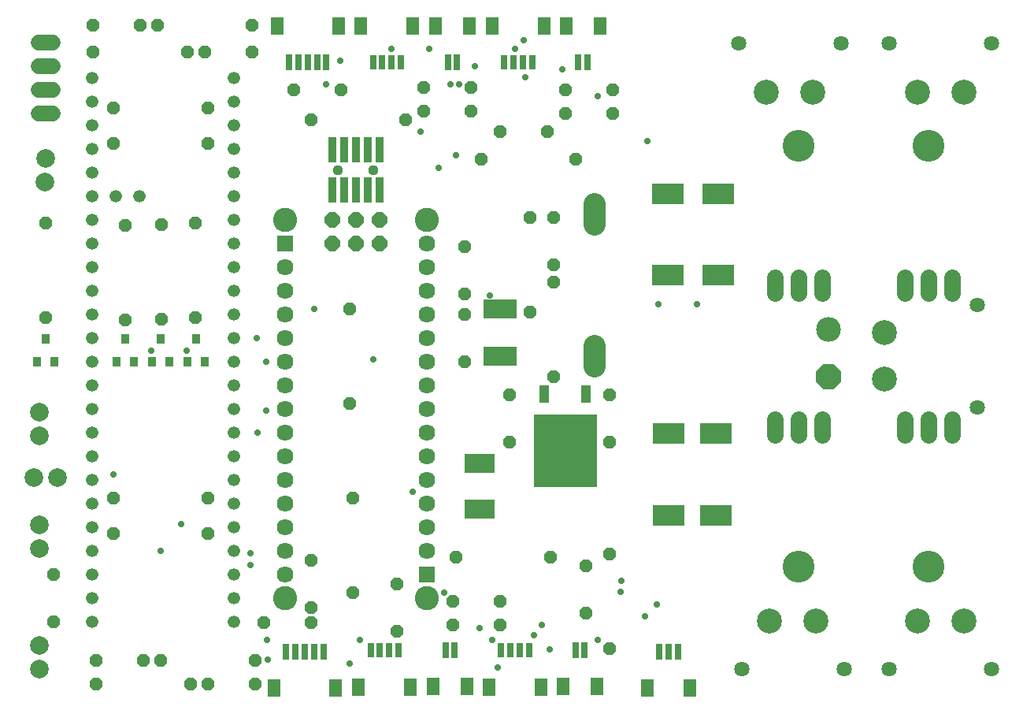
<source format=gbr>
G04 EAGLE Gerber RS-274X export*
G75*
%MOMM*%
%FSLAX34Y34*%
%LPD*%
%INSoldermask Top*%
%IPPOS*%
%AMOC8*
5,1,8,0,0,1.08239X$1,22.5*%
G01*
%ADD10P,1.457113X8X292.500000*%
%ADD11C,2.667000*%
%ADD12P,2.886734X8X292.500000*%
%ADD13P,1.457113X8X22.500000*%
%ADD14P,1.457113X8X202.500000*%
%ADD15P,1.457113X8X112.500000*%
%ADD16C,2.374900*%
%ADD17C,2.006600*%
%ADD18R,1.066800X1.828800*%
%ADD19R,6.781800X7.848600*%
%ADD20R,3.556000X2.006600*%
%ADD21R,1.792000X1.792000*%
%ADD22C,1.792000*%
%ADD23C,2.602000*%
%ADD24R,0.887000X2.727000*%
%ADD25C,1.127000*%
%ADD26P,1.787026X8X202.500000*%
%ADD27C,2.677000*%
%ADD28C,1.627000*%
%ADD29C,1.651000*%
%ADD30R,0.927000X1.127000*%
%ADD31R,0.752400X1.652400*%
%ADD32R,1.352400X1.952400*%
%ADD33R,0.727000X1.627000*%
%ADD34R,1.327000X1.927000*%
%ADD35R,3.357000X2.287000*%
%ADD36R,3.276600X2.082800*%
%ADD37C,1.803400*%
%ADD38C,3.429000*%
%ADD39C,1.327000*%
%ADD40C,0.731000*%


D10*
X149225Y561975D03*
X149225Y511175D03*
D11*
X539750Y473075D03*
D12*
X539750Y422275D03*
D13*
X-130175Y771525D03*
X-79375Y771525D03*
D14*
X-76200Y92075D03*
X-127000Y92075D03*
D15*
X149225Y438150D03*
X149225Y488950D03*
X304800Y352425D03*
X304800Y403225D03*
D10*
X196850Y403225D03*
X196850Y352425D03*
X244475Y593725D03*
X244475Y542925D03*
D16*
X288925Y455740D02*
X288925Y433261D01*
X288925Y585661D02*
X288925Y608140D01*
D17*
X-307975Y107950D03*
X-307975Y133350D03*
D18*
X279675Y403987D03*
X234675Y403987D03*
D19*
X257175Y342900D03*
D10*
X244475Y523875D03*
X244475Y422275D03*
D15*
X219075Y492125D03*
X219075Y593725D03*
D13*
X-177800Y117475D03*
X-76200Y117475D03*
X-180975Y800100D03*
X-79375Y800100D03*
D20*
X187325Y444246D03*
X187325Y495554D03*
D21*
X107950Y209550D03*
D22*
X107950Y234950D03*
X107950Y260350D03*
X107950Y285750D03*
X107950Y311150D03*
X107950Y336550D03*
X107950Y361950D03*
X107950Y387350D03*
X107950Y412750D03*
X107950Y438150D03*
X107950Y463550D03*
X107950Y488950D03*
X107950Y514350D03*
X107950Y539750D03*
X107950Y565150D03*
D21*
X-44450Y565150D03*
D22*
X-44450Y539750D03*
X-44450Y514350D03*
X-44450Y488950D03*
X-44450Y463550D03*
X-44450Y438150D03*
X-44450Y412750D03*
X-44450Y387350D03*
X-44450Y361950D03*
X-44450Y336550D03*
X-44450Y311150D03*
X-44450Y285750D03*
X-44450Y260350D03*
X-44450Y234950D03*
X-44450Y209550D03*
D23*
X107950Y184150D03*
X-44450Y184150D03*
X-44450Y590550D03*
X107950Y590550D03*
D24*
X57150Y623025D03*
X44450Y623025D03*
X31750Y623025D03*
X19050Y623025D03*
X6350Y623025D03*
X57150Y666025D03*
X44450Y666025D03*
X31750Y666025D03*
X19050Y666025D03*
X6350Y666025D03*
D25*
X50800Y644525D03*
X12700Y644525D03*
D26*
X57150Y590550D03*
X57150Y565150D03*
X31750Y590550D03*
X31750Y565150D03*
X6350Y590550D03*
X6350Y565150D03*
D27*
X600075Y419500D03*
X600075Y469500D03*
D28*
X700075Y389500D03*
X700075Y499500D03*
D10*
X-301625Y587375D03*
X-301625Y485775D03*
D17*
X-301625Y657225D03*
X-302157Y631831D03*
D15*
X-140335Y485775D03*
X-140335Y587375D03*
X-177165Y484505D03*
X-177165Y586105D03*
X-215900Y483235D03*
X-215900Y584835D03*
D29*
X-294005Y781050D02*
X-309245Y781050D01*
X-309245Y755650D02*
X-294005Y755650D01*
X-294005Y730250D02*
X-309245Y730250D01*
X-309245Y704850D02*
X-294005Y704850D01*
D30*
X-311125Y438850D03*
X-292125Y438850D03*
X-301625Y462850D03*
X-149200Y438850D03*
X-130200Y438850D03*
X-139700Y462850D03*
X-187300Y438850D03*
X-168300Y438850D03*
X-177800Y462850D03*
X-225400Y438850D03*
X-206400Y438850D03*
X-215900Y462850D03*
D14*
X-146050Y92075D03*
X-247650Y92075D03*
X-149225Y771525D03*
X-250825Y771525D03*
X-200025Y800100D03*
X-250825Y800100D03*
D13*
X-247650Y117475D03*
X-196850Y117475D03*
D17*
X-307975Y358775D03*
X-307975Y384175D03*
X-288925Y314325D03*
X-314325Y314325D03*
D27*
X635400Y728280D03*
X685400Y728280D03*
D28*
X715400Y780280D03*
X605400Y780280D03*
D27*
X685400Y160085D03*
X635400Y160085D03*
D28*
X605400Y108085D03*
X715400Y108085D03*
D10*
X304800Y231775D03*
X304800Y130175D03*
D15*
X279400Y168275D03*
X279400Y219075D03*
D14*
X187325Y180975D03*
X136525Y180975D03*
X187325Y155575D03*
X136525Y155575D03*
X267970Y655955D03*
X166370Y655955D03*
D13*
X187325Y685800D03*
X238125Y685800D03*
X257175Y704850D03*
X307975Y704850D03*
X257175Y730250D03*
X307975Y730250D03*
D15*
X28575Y190500D03*
X28575Y292100D03*
X76200Y149225D03*
X76200Y200025D03*
X-15875Y174625D03*
X-15875Y225425D03*
D14*
X-15875Y158115D03*
X-66675Y158115D03*
X85725Y698500D03*
X-15875Y698500D03*
X15875Y730250D03*
X-34925Y730250D03*
D13*
X104775Y708025D03*
X155575Y708025D03*
X104775Y733425D03*
X155575Y733425D03*
D31*
X-32860Y127150D03*
X-42860Y127150D03*
D32*
X-55860Y88150D03*
X10140Y88150D03*
D31*
X-22860Y127150D03*
X-12860Y127150D03*
X-2860Y127150D03*
X-9685Y759995D03*
X315Y759995D03*
D32*
X13315Y798995D03*
X-52685Y798995D03*
D31*
X-19685Y759995D03*
X-29685Y759995D03*
X-39685Y759995D03*
D33*
X70405Y760095D03*
X60405Y760095D03*
X80405Y760095D03*
X50405Y760095D03*
D34*
X93405Y799095D03*
X37405Y799095D03*
D33*
X211375Y760095D03*
X201375Y760095D03*
X221375Y760095D03*
X191375Y760095D03*
D34*
X234375Y799095D03*
X178375Y799095D03*
D33*
X198200Y128270D03*
X208200Y128270D03*
X188200Y128270D03*
X218200Y128270D03*
D34*
X175200Y89270D03*
X231200Y89270D03*
D33*
X57865Y128270D03*
X67865Y128270D03*
X47865Y128270D03*
X77865Y128270D03*
D34*
X34865Y89270D03*
X90865Y89270D03*
D31*
X271225Y759995D03*
X281225Y759995D03*
D32*
X294225Y798995D03*
X258225Y798995D03*
D31*
X130890Y759995D03*
X140890Y759995D03*
D32*
X153890Y798995D03*
X117890Y798995D03*
D31*
X278050Y128420D03*
X268050Y128420D03*
D32*
X255050Y89420D03*
X291050Y89420D03*
D31*
X138350Y128420D03*
X128350Y128420D03*
D32*
X115350Y89420D03*
X151350Y89420D03*
D27*
X526650Y160085D03*
X476650Y160085D03*
D28*
X446650Y108085D03*
X556650Y108085D03*
D27*
X473475Y728280D03*
X523475Y728280D03*
D28*
X553475Y780280D03*
X443475Y780280D03*
D17*
X-307975Y238125D03*
X-307975Y263525D03*
D10*
X25400Y495300D03*
X25400Y393700D03*
D14*
X241300Y228600D03*
X139700Y228600D03*
D10*
X-293370Y209550D03*
X-293370Y158750D03*
D35*
X421640Y531560D03*
X421640Y619060D03*
X419100Y361250D03*
X419100Y273750D03*
X368300Y361250D03*
X368300Y273750D03*
X367030Y531560D03*
X367030Y619060D03*
D36*
X165100Y329311D03*
X165100Y280289D03*
D37*
X622300Y512318D02*
X622300Y529082D01*
X647700Y529082D02*
X647700Y512318D01*
X673100Y512318D02*
X673100Y529082D01*
D38*
X647700Y670560D03*
D37*
X482600Y529082D02*
X482600Y512318D01*
X508000Y512318D02*
X508000Y529082D01*
X533400Y529082D02*
X533400Y512318D01*
D38*
X508000Y670560D03*
D37*
X673100Y376682D02*
X673100Y359918D01*
X647700Y359918D02*
X647700Y376682D01*
X622300Y376682D02*
X622300Y359918D01*
D38*
X647700Y218440D03*
D37*
X533400Y359918D02*
X533400Y376682D01*
X508000Y376682D02*
X508000Y359918D01*
X482600Y359918D02*
X482600Y376682D01*
D38*
X508000Y218440D03*
D13*
X-228600Y673100D03*
X-127000Y673100D03*
X-228600Y711200D03*
X-127000Y711200D03*
X-228600Y292100D03*
X-127000Y292100D03*
X-228600Y254000D03*
X-127000Y254000D03*
D31*
X368300Y127100D03*
X358300Y127100D03*
D32*
X345300Y88100D03*
X391300Y88100D03*
D31*
X378300Y127100D03*
D39*
X-99060Y158750D03*
X-99060Y184150D03*
X-226060Y615950D03*
X-200660Y615950D03*
X-251460Y514350D03*
X-99060Y209550D03*
X-99060Y234950D03*
X-99060Y260350D03*
X-99060Y285750D03*
X-99060Y311150D03*
X-99060Y336550D03*
X-99060Y361950D03*
X-99060Y387350D03*
X-99060Y412750D03*
X-99060Y438150D03*
X-99060Y463550D03*
X-99060Y488950D03*
X-99060Y514350D03*
X-251460Y488950D03*
X-251460Y463550D03*
X-251460Y438150D03*
X-251460Y412750D03*
X-251460Y387350D03*
X-251460Y361950D03*
X-251460Y336550D03*
X-251460Y311150D03*
X-251460Y285750D03*
X-251460Y260350D03*
X-251460Y234950D03*
X-251460Y209550D03*
X-251460Y184150D03*
X-251460Y158750D03*
X-99060Y539750D03*
X-99060Y565150D03*
X-99060Y590550D03*
X-99060Y615950D03*
X-99060Y641350D03*
X-99060Y666750D03*
X-99060Y692150D03*
X-99060Y717550D03*
X-99060Y742950D03*
X-251460Y742950D03*
X-251460Y717550D03*
X-251460Y692150D03*
X-251460Y666750D03*
X-251460Y641350D03*
X-251460Y615950D03*
X-251460Y590550D03*
X-251460Y565150D03*
X-251460Y539750D03*
D40*
X203200Y774926D03*
X69850Y774700D03*
X25400Y114300D03*
X184920Y110130D03*
X15240Y762000D03*
X50800Y441325D03*
X291747Y724028D03*
X176431Y509496D03*
X160020Y755650D03*
X223619Y144857D03*
X398780Y500380D03*
X-12700Y495300D03*
X231638Y155438D03*
X212725Y784225D03*
X111125Y774700D03*
X178252Y139700D03*
X-62606Y118486D03*
X0Y736600D03*
X36731Y139700D03*
X-64770Y438150D03*
X-64770Y386080D03*
X101600Y685800D03*
X-73660Y361950D03*
X-74930Y463550D03*
X356870Y500380D03*
X342900Y165100D03*
X316401Y191599D03*
X355600Y177800D03*
X317500Y203200D03*
X-187960Y449989D03*
X-149860Y449989D03*
X-228600Y317500D03*
X-63500Y139700D03*
X142875Y736600D03*
X214133Y744215D03*
X127000Y190500D03*
X133350Y736600D03*
X254000Y752475D03*
X345030Y675230D03*
X240561Y129131D03*
X292100Y139700D03*
X165100Y152400D03*
X-156210Y264160D03*
X-177800Y234950D03*
X92710Y298450D03*
X-81280Y219710D03*
X120650Y646430D03*
X139700Y660400D03*
X-81280Y232410D03*
M02*

</source>
